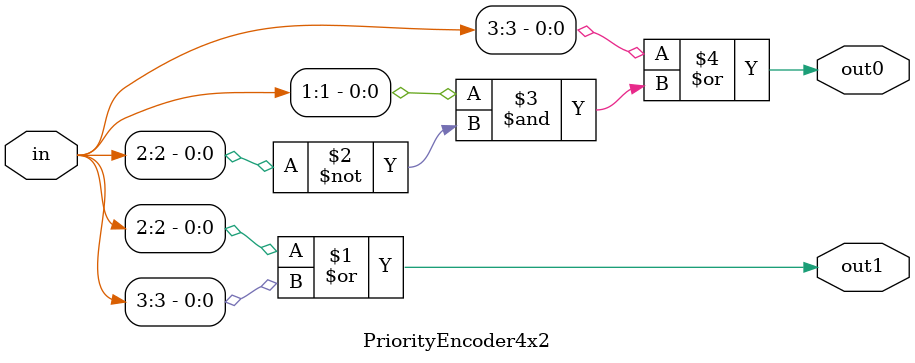
<source format=v>
module PriorityEncoder4x2(
    input [3:0]in,
    output out0, out1
    );
    assign out1 = in[2] | in[3];
    assign out0 = in[3] | in[1]&(~in[2]);
endmodule
</source>
